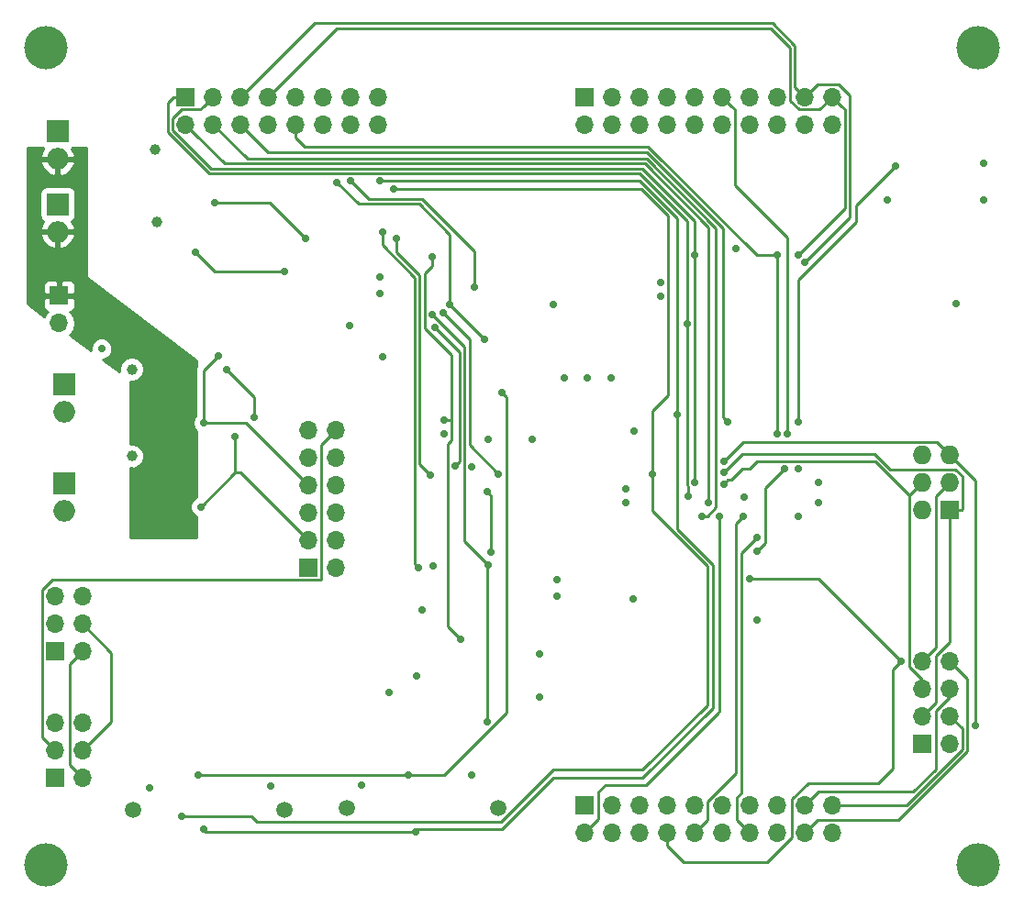
<source format=gbl>
G04 #@! TF.FileFunction,Copper,L4,Bot,Signal*
%FSLAX46Y46*%
G04 Gerber Fmt 4.6, Leading zero omitted, Abs format (unit mm)*
G04 Created by KiCad (PCBNEW 4.0.6) date Friday, August 25, 2017 'AMt' 01:11:23 AM*
%MOMM*%
%LPD*%
G01*
G04 APERTURE LIST*
%ADD10C,0.100000*%
%ADD11R,1.700000X1.700000*%
%ADD12O,1.700000X1.700000*%
%ADD13C,1.500000*%
%ADD14R,1.727200X1.727200*%
%ADD15O,1.727200X1.727200*%
%ADD16O,1.998980X1.998980*%
%ADD17R,1.998980X1.998980*%
%ADD18C,4.000000*%
%ADD19C,0.700000*%
%ADD20C,1.000000*%
%ADD21C,0.250000*%
%ADD22C,0.750000*%
%ADD23C,0.254000*%
G04 APERTURE END LIST*
D10*
D11*
X106807000Y-121158000D03*
D12*
X109347000Y-121158000D03*
X106807000Y-118618000D03*
X109347000Y-118618000D03*
X106807000Y-116078000D03*
X109347000Y-116078000D03*
D13*
X133741000Y-123952000D03*
X147691000Y-123952000D03*
D11*
X155702000Y-123698000D03*
D12*
X155702000Y-126238000D03*
X158242000Y-123698000D03*
X158242000Y-126238000D03*
X160782000Y-123698000D03*
X160782000Y-126238000D03*
X163322000Y-123698000D03*
X163322000Y-126238000D03*
X165862000Y-123698000D03*
X165862000Y-126238000D03*
X168402000Y-123698000D03*
X168402000Y-126238000D03*
X170942000Y-123698000D03*
X170942000Y-126238000D03*
X173482000Y-123698000D03*
X173482000Y-126238000D03*
X176022000Y-123698000D03*
X176022000Y-126238000D03*
X178562000Y-123698000D03*
X178562000Y-126238000D03*
D11*
X155702000Y-58293000D03*
D12*
X155702000Y-60833000D03*
X158242000Y-58293000D03*
X158242000Y-60833000D03*
X160782000Y-58293000D03*
X160782000Y-60833000D03*
X163322000Y-58293000D03*
X163322000Y-60833000D03*
X165862000Y-58293000D03*
X165862000Y-60833000D03*
X168402000Y-58293000D03*
X168402000Y-60833000D03*
X170942000Y-58293000D03*
X170942000Y-60833000D03*
X173482000Y-58293000D03*
X173482000Y-60833000D03*
X176022000Y-58293000D03*
X176022000Y-60833000D03*
X178562000Y-58293000D03*
X178562000Y-60833000D03*
D14*
X189357000Y-96393000D03*
D15*
X186817000Y-96393000D03*
X189357000Y-93853000D03*
X186817000Y-93853000D03*
X189357000Y-91313000D03*
X186817000Y-91313000D03*
D11*
X118872000Y-58293000D03*
D12*
X118872000Y-60833000D03*
X121412000Y-58293000D03*
X121412000Y-60833000D03*
X123952000Y-58293000D03*
X123952000Y-60833000D03*
X126492000Y-58293000D03*
X126492000Y-60833000D03*
X129032000Y-58293000D03*
X129032000Y-60833000D03*
X131572000Y-58293000D03*
X131572000Y-60833000D03*
X134112000Y-58293000D03*
X134112000Y-60833000D03*
X136652000Y-58293000D03*
X136652000Y-60833000D03*
D11*
X186817000Y-117983000D03*
D12*
X189357000Y-117983000D03*
X186817000Y-115443000D03*
X189357000Y-115443000D03*
X186817000Y-112903000D03*
X189357000Y-112903000D03*
X186817000Y-110363000D03*
X189357000Y-110363000D03*
D16*
X107061000Y-70739000D03*
D17*
X107061000Y-68199000D03*
D16*
X107061000Y-64008000D03*
D17*
X107061000Y-61468000D03*
D11*
X130175000Y-101727000D03*
D12*
X132715000Y-101727000D03*
X130175000Y-99187000D03*
X132715000Y-99187000D03*
X130175000Y-96647000D03*
X132715000Y-96647000D03*
X130175000Y-94107000D03*
X132715000Y-94107000D03*
X130175000Y-91567000D03*
X132715000Y-91567000D03*
X130175000Y-89027000D03*
X132715000Y-89027000D03*
D16*
X107696000Y-96520000D03*
D17*
X107696000Y-93980000D03*
D16*
X107696000Y-87376000D03*
D17*
X107696000Y-84836000D03*
D11*
X106807000Y-109474000D03*
D12*
X109347000Y-109474000D03*
X106807000Y-106934000D03*
X109347000Y-106934000D03*
X106807000Y-104394000D03*
X109347000Y-104394000D03*
D13*
X114056000Y-124079000D03*
X128006000Y-124079000D03*
D11*
X107188000Y-76644500D03*
D12*
X107188000Y-79184500D03*
D18*
X192000000Y-53776742D03*
X192000000Y-129176742D03*
X106000000Y-129176742D03*
X106000000Y-53776742D03*
D19*
X111125000Y-81534000D03*
X140208000Y-111760000D03*
X151511000Y-113665000D03*
D20*
X113919000Y-91440000D03*
X113919000Y-83439000D03*
X116205000Y-69850000D03*
X116078000Y-63119000D03*
D19*
X153174000Y-102882000D03*
X115570000Y-122047000D03*
X135128000Y-121793000D03*
X158115000Y-84201000D03*
X155956000Y-84201000D03*
X153797000Y-84201000D03*
X145288000Y-92456000D03*
X146812000Y-89916000D03*
X141732000Y-101600000D03*
X133985000Y-79375000D03*
X136779000Y-76454000D03*
X192532000Y-64389000D03*
X170387001Y-95222463D03*
X159512000Y-95758000D03*
X177292000Y-95758000D03*
X177292000Y-93853000D03*
X192532000Y-67818000D03*
X189992000Y-77343000D03*
X160147000Y-104648000D03*
X171577000Y-106553000D03*
X169672000Y-72263000D03*
X162687000Y-75438000D03*
X151511000Y-109728000D03*
X153162000Y-104394000D03*
X126746000Y-121920000D03*
X137033000Y-82296000D03*
X160274000Y-89154000D03*
X152781000Y-77470000D03*
X150876000Y-89916000D03*
X142748000Y-89408000D03*
X140716000Y-105664000D03*
X137668000Y-113284000D03*
X145288000Y-120904000D03*
X136779000Y-74930000D03*
X162687000Y-76708000D03*
X159512000Y-94488000D03*
X175387000Y-97028000D03*
X175387000Y-92583000D03*
X183642000Y-67818000D03*
X174117000Y-92583000D03*
X171577000Y-100203000D03*
X174382003Y-89408000D03*
X168148000Y-97028000D03*
X170307000Y-97028000D03*
X168529000Y-91948000D03*
X191770000Y-116332000D03*
X168529000Y-92964000D03*
X168550198Y-94020400D03*
X184912000Y-110363000D03*
X170942000Y-102743000D03*
X165186999Y-79248000D03*
X165227000Y-95123000D03*
X146685000Y-94742000D03*
X147066000Y-100340000D03*
X141889702Y-79598298D03*
X143764000Y-92329000D03*
X167132000Y-95758000D03*
X165862000Y-72898000D03*
X165862000Y-93853000D03*
X146685000Y-115951000D03*
X141605000Y-78359000D03*
X146812000Y-101473000D03*
X166497000Y-97028000D03*
X142621000Y-78232000D03*
X147720923Y-93088883D03*
X168910000Y-88265000D03*
X176023397Y-73534397D03*
X175387000Y-72898000D03*
X171577000Y-98933000D03*
X173482000Y-72898000D03*
X173482000Y-89408000D03*
X120523000Y-125897000D03*
X140081000Y-126111000D03*
X136779000Y-66033030D03*
X164211000Y-87630000D03*
X132842000Y-66167000D03*
X148082000Y-85598000D03*
X139446000Y-120904000D03*
X120015000Y-120904000D03*
X146431000Y-80645000D03*
X143256000Y-77470000D03*
X118491000Y-124714000D03*
X138049000Y-66802000D03*
X161925000Y-93091000D03*
D20*
X117856000Y-94742000D03*
X117856000Y-86487000D03*
D19*
X134112000Y-66040000D03*
X145542000Y-75819000D03*
X137033000Y-70739000D03*
X140335000Y-101727000D03*
X120269000Y-96139000D03*
X123444000Y-89662000D03*
X122682000Y-83439000D03*
X125222000Y-87884000D03*
X138303000Y-71374000D03*
X141478000Y-93218000D03*
X120523000Y-88392000D03*
X121920000Y-82169000D03*
X142748000Y-88138000D03*
X144272000Y-108331000D03*
X141605000Y-73025000D03*
X119761000Y-72644000D03*
X128016000Y-74422000D03*
X121539000Y-68072000D03*
X129921000Y-71374000D03*
X184404000Y-64643000D03*
X175387000Y-88265000D03*
D21*
X171577000Y-100203000D02*
X172327078Y-99452922D01*
X172327078Y-99452922D02*
X172327078Y-94372922D01*
X172327078Y-94372922D02*
X174117000Y-92583000D01*
X174382003Y-71258003D02*
X169577001Y-66453001D01*
X174382003Y-89408000D02*
X174382003Y-71258003D01*
X174382003Y-89408000D02*
X174382003Y-88913026D01*
X169577001Y-66453001D02*
X169577001Y-59468001D01*
X169577001Y-59468001D02*
X169251999Y-59142999D01*
X169251999Y-59142999D02*
X168402000Y-58293000D01*
X167941000Y-115189000D02*
X161337000Y-121793000D01*
X168148000Y-97028000D02*
X168148000Y-114982000D01*
X168148000Y-114982000D02*
X167941000Y-115189000D01*
X156972000Y-122428000D02*
X156972000Y-124968000D01*
X156972000Y-124968000D02*
X155702000Y-126238000D01*
X157607000Y-121793000D02*
X156972000Y-122428000D01*
X161337000Y-121793000D02*
X157607000Y-121793000D01*
X167037001Y-123323997D02*
X167037001Y-125062999D01*
X167037001Y-125062999D02*
X166711999Y-125388001D01*
X166711999Y-125388001D02*
X165862000Y-126238000D01*
X169672000Y-97663000D02*
X169672000Y-120688998D01*
X169672000Y-120688998D02*
X167037001Y-123323997D01*
X170307000Y-97028000D02*
X169672000Y-97663000D01*
X189357000Y-112903000D02*
X189357000Y-113703998D01*
X189357000Y-113703998D02*
X188087000Y-114973998D01*
X188087000Y-114973998D02*
X188087000Y-120355592D01*
X186014592Y-122428000D02*
X177292000Y-122428000D01*
X188087000Y-120355592D02*
X186014592Y-122428000D01*
X177292000Y-122428000D02*
X176022000Y-123698000D01*
X189357000Y-110363000D02*
X190982011Y-111988011D01*
X190982011Y-111988011D02*
X190982011Y-118733401D01*
X190982011Y-118733401D02*
X184652413Y-125062999D01*
X184652413Y-125062999D02*
X177197001Y-125062999D01*
X177197001Y-125062999D02*
X176871999Y-125388001D01*
X176871999Y-125388001D02*
X176022000Y-126238000D01*
X189357000Y-115443000D02*
X190532001Y-116618001D01*
X190532001Y-116618001D02*
X190532001Y-118547001D01*
X190532001Y-118547001D02*
X185381002Y-123698000D01*
X185381002Y-123698000D02*
X179764081Y-123698000D01*
X179764081Y-123698000D02*
X178562000Y-123698000D01*
X170305602Y-90124399D02*
X170434000Y-90124399D01*
X168529000Y-91948000D02*
X170352601Y-90124399D01*
X170434000Y-90124399D02*
X188168399Y-90124399D01*
X170352601Y-90124399D02*
X170434000Y-90124399D01*
X191770000Y-116332000D02*
X191770000Y-93726000D01*
X191770000Y-93726000D02*
X191657011Y-93613011D01*
X191657011Y-93613011D02*
X189357000Y-91313000D01*
X188168399Y-90124399D02*
X189357000Y-91313000D01*
X170244998Y-91248002D02*
X182471210Y-91248002D01*
X182471210Y-91248002D02*
X183887607Y-92664399D01*
X183887607Y-92664399D02*
X189927529Y-92664399D01*
X190470600Y-96393000D02*
X189357000Y-96393000D01*
X189927529Y-92664399D02*
X190545601Y-93282471D01*
X190545601Y-93282471D02*
X190545601Y-96317999D01*
X190545601Y-96317999D02*
X190470600Y-96393000D01*
X189357000Y-97506600D02*
X189357000Y-96393000D01*
X186817000Y-115443000D02*
X188087000Y-114173000D01*
X188087000Y-114173000D02*
X188087000Y-109893998D01*
X188087000Y-109893998D02*
X189357000Y-108623998D01*
X189357000Y-108623998D02*
X189357000Y-97506600D01*
X168529000Y-92964000D02*
X170244998Y-91248002D01*
X168550198Y-94020400D02*
X168900197Y-93670401D01*
X168900197Y-93670401D02*
X169219599Y-93670401D01*
X169219599Y-93670401D02*
X170266999Y-92623001D01*
X185953401Y-94716599D02*
X186817000Y-93853000D01*
X185628399Y-95041601D02*
X185953401Y-94716599D01*
X170266999Y-92623001D02*
X170901999Y-92623001D01*
X182494797Y-91907999D02*
X185628399Y-95041601D01*
X170901999Y-92623001D02*
X171617001Y-91907999D01*
X171617001Y-91907999D02*
X182494797Y-91907999D01*
X186817000Y-112903000D02*
X186817000Y-112102002D01*
X186817000Y-112102002D02*
X185628399Y-110913401D01*
X185628399Y-110913401D02*
X185628399Y-95041601D01*
X184150000Y-120269000D02*
X184150000Y-111125000D01*
X184150000Y-111125000D02*
X184912000Y-110363000D01*
X182753000Y-121666000D02*
X184150000Y-120269000D01*
X176314998Y-121666000D02*
X182753000Y-121666000D01*
X174846999Y-126612003D02*
X174846999Y-123133999D01*
X174846999Y-123133999D02*
X176314998Y-121666000D01*
X164786919Y-128905000D02*
X172554002Y-128905000D01*
X172554002Y-128905000D02*
X174846999Y-126612003D01*
X184562001Y-110712999D02*
X184912000Y-110363000D01*
X163322000Y-126238000D02*
X163322000Y-127440081D01*
X163322000Y-127440081D02*
X164786919Y-128905000D01*
X188493401Y-94716599D02*
X189357000Y-93853000D01*
X170942000Y-102743000D02*
X177292000Y-102743000D01*
X177292000Y-102743000D02*
X184912000Y-110363000D01*
X186817000Y-110363000D02*
X188087000Y-109093000D01*
X188087000Y-109093000D02*
X188087000Y-95123000D01*
X188087000Y-95123000D02*
X188493401Y-94716599D01*
X165186999Y-79248000D02*
X165186999Y-69763001D01*
X165186999Y-94177001D02*
X165186999Y-79248000D01*
X160782028Y-65358030D02*
X121021617Y-65358029D01*
X121021617Y-65358029D02*
X117246989Y-61583401D01*
X117246989Y-61583401D02*
X117246989Y-58818011D01*
X117246989Y-58818011D02*
X117772000Y-58293000D01*
X165186999Y-69763001D02*
X160782028Y-65358030D01*
X165227000Y-95123000D02*
X165227000Y-94217002D01*
X165227000Y-94217002D02*
X165186999Y-94177001D01*
X117772000Y-58293000D02*
X118872000Y-58293000D01*
X109347000Y-106934000D02*
X112014000Y-109601000D01*
X112014000Y-109601000D02*
X112014000Y-115951000D01*
X112014000Y-115951000D02*
X110196999Y-117768001D01*
X110196999Y-117768001D02*
X109347000Y-118618000D01*
X147066000Y-100340000D02*
X147066000Y-95123000D01*
X147066000Y-95123000D02*
X146685000Y-94742000D01*
X144145000Y-91948000D02*
X144145000Y-81853596D01*
X144145000Y-81853596D02*
X141889702Y-79598298D01*
X143764000Y-92329000D02*
X144145000Y-91948000D01*
X161230600Y-64458010D02*
X122497010Y-64458010D01*
X122497010Y-64458010D02*
X119721999Y-61682999D01*
X119721999Y-61682999D02*
X118872000Y-60833000D01*
X167132000Y-70359410D02*
X161230600Y-64458010D01*
X167132000Y-95758000D02*
X167132000Y-70359410D01*
X165862000Y-72898000D02*
X165862000Y-69725820D01*
X165862000Y-93853000D02*
X165862000Y-72898000D01*
X165862000Y-69725820D02*
X161044200Y-64908020D01*
X161044200Y-64908020D02*
X121208018Y-64908020D01*
X121208018Y-64908020D02*
X117696999Y-61397001D01*
X117696999Y-61397001D02*
X117696999Y-60268999D01*
X117696999Y-60268999D02*
X118497997Y-59468001D01*
X118497997Y-59468001D02*
X120236999Y-59468001D01*
X120236999Y-59468001D02*
X120562001Y-59142999D01*
X120562001Y-59142999D02*
X121412000Y-58293000D01*
X109347000Y-109474000D02*
X108171999Y-110649001D01*
X108171999Y-110649001D02*
X108171999Y-119982999D01*
X108171999Y-119982999D02*
X108497001Y-120308001D01*
X108497001Y-120308001D02*
X109347000Y-121158000D01*
X146685000Y-115951000D02*
X146685000Y-101600000D01*
X146685000Y-101600000D02*
X146812000Y-101473000D01*
X144612999Y-81366999D02*
X141605000Y-78359000D01*
X146812000Y-101473000D02*
X144612999Y-99273999D01*
X144612999Y-99273999D02*
X144612999Y-81366999D01*
X161417000Y-64008000D02*
X124587000Y-64008000D01*
X124587000Y-64008000D02*
X121412000Y-60833000D01*
X167807001Y-70398001D02*
X161417000Y-64008000D01*
X166497000Y-97028000D02*
X166991974Y-97028000D01*
X166991974Y-97028000D02*
X167807001Y-96212973D01*
X167807001Y-96212973D02*
X167807001Y-70398001D01*
X147720923Y-93088883D02*
X145063009Y-90430969D01*
X145063009Y-90430969D02*
X145063009Y-80674009D01*
X145063009Y-80674009D02*
X142621000Y-78232000D01*
X168910000Y-88265000D02*
X168482001Y-87837001D01*
X168482001Y-87837001D02*
X168482001Y-70436591D01*
X168482001Y-70436591D02*
X161418410Y-63373000D01*
X161418410Y-63373000D02*
X126492000Y-63373000D01*
X126492000Y-63373000D02*
X123952000Y-60833000D01*
X179126001Y-57117999D02*
X177197001Y-57117999D01*
X177197001Y-57117999D02*
X176871999Y-57443001D01*
X176871999Y-57443001D02*
X176022000Y-58293000D01*
X176022000Y-58293000D02*
X175107011Y-57378011D01*
X175107011Y-57378011D02*
X175107010Y-53566600D01*
X175107010Y-53566600D02*
X173033400Y-51492990D01*
X173033400Y-51492990D02*
X130752010Y-51492990D01*
X130752010Y-51492990D02*
X124801999Y-57443001D01*
X176023397Y-73534397D02*
X180147683Y-69410111D01*
X180147683Y-69410111D02*
X180187011Y-69410111D01*
X180187011Y-69410111D02*
X180187011Y-58179009D01*
X180187011Y-58179009D02*
X179126001Y-57117999D01*
X124801999Y-57443001D02*
X123952000Y-58293000D01*
X179737001Y-68587999D02*
X179697001Y-68587999D01*
X179697001Y-68587999D02*
X175387000Y-72898000D01*
X179737001Y-68587999D02*
X179737001Y-59468001D01*
X179737001Y-59468001D02*
X179411999Y-59142999D01*
X179411999Y-59142999D02*
X178562000Y-58293000D01*
X178562000Y-58293000D02*
X177386999Y-59468001D01*
X177386999Y-59468001D02*
X175457999Y-59468001D01*
X175457999Y-59468001D02*
X174657001Y-58667003D01*
X174657001Y-58667003D02*
X174657001Y-53753001D01*
X174657001Y-53753001D02*
X172847000Y-51943000D01*
X172847000Y-51943000D02*
X132842000Y-51943000D01*
X132842000Y-51943000D02*
X126492000Y-58293000D01*
X171577000Y-98933000D02*
X170122010Y-100387990D01*
X170122010Y-122612990D02*
X169766999Y-122968001D01*
X170122010Y-100387990D02*
X170122010Y-122612990D01*
X169766999Y-122968001D02*
X169766999Y-125062999D01*
X169766999Y-125062999D02*
X170092001Y-125388001D01*
X170092001Y-125388001D02*
X170942000Y-126238000D01*
X129032000Y-60833000D02*
X129032000Y-62035081D01*
X129032000Y-62035081D02*
X129861919Y-62865000D01*
X129861919Y-62865000D02*
X161546820Y-62865000D01*
X173482000Y-72898000D02*
X171579820Y-72898000D01*
X171579820Y-72898000D02*
X161546820Y-62865000D01*
X173482000Y-89408000D02*
X173482000Y-72898000D01*
X140081000Y-126111000D02*
X120737000Y-126111000D01*
X120737000Y-126111000D02*
X120523000Y-125897000D01*
X148042000Y-125897000D02*
X140295000Y-125897000D01*
X140295000Y-125897000D02*
X140081000Y-126111000D01*
X164211000Y-69469000D02*
X160775030Y-66033030D01*
X160775030Y-66033030D02*
X136779000Y-66033030D01*
X164211000Y-87630000D02*
X164211000Y-69469000D01*
X152781000Y-121158000D02*
X148042000Y-125897000D01*
X153035000Y-121158000D02*
X152781000Y-121158000D01*
X161036000Y-121158000D02*
X153035000Y-121158000D01*
X167513000Y-114681000D02*
X161036000Y-121158000D01*
X167513000Y-101473000D02*
X167513000Y-114681000D01*
X164211000Y-98171000D02*
X167513000Y-101473000D01*
X164211000Y-87630000D02*
X164211000Y-98171000D01*
X143256000Y-70993000D02*
X140404010Y-68141010D01*
X140404010Y-68141010D02*
X134816010Y-68141010D01*
X134816010Y-68141010D02*
X132842000Y-66167000D01*
X143256000Y-77470000D02*
X143256000Y-70993000D01*
X148082000Y-85598000D02*
X148463000Y-85979000D01*
X148463000Y-85979000D02*
X148463000Y-115172002D01*
X148463000Y-115172002D02*
X142731002Y-120904000D01*
X142731002Y-120904000D02*
X140843000Y-120904000D01*
X140843000Y-120904000D02*
X120015000Y-120904000D01*
X140843000Y-120904000D02*
X139446000Y-120904000D01*
X145796000Y-80010000D02*
X146431000Y-80645000D01*
X145796000Y-80010000D02*
X143256000Y-77470000D01*
X124968000Y-124714000D02*
X125476000Y-125222000D01*
X125476000Y-125222000D02*
X147955000Y-125222000D01*
X118491000Y-124714000D02*
X124968000Y-124714000D01*
X138049000Y-66802000D02*
X160907590Y-66802000D01*
X160907590Y-66802000D02*
X163362001Y-69256411D01*
X163362001Y-69256411D02*
X163362001Y-85811999D01*
X163362001Y-85811999D02*
X161925000Y-87249000D01*
X161925000Y-87249000D02*
X161925000Y-93091000D01*
X152781000Y-120396000D02*
X161036000Y-120396000D01*
X161036000Y-120396000D02*
X167005000Y-114427000D01*
X147955000Y-125222000D02*
X152781000Y-120396000D01*
X167005000Y-101601410D02*
X167005000Y-114427000D01*
X161925000Y-93091000D02*
X161925000Y-96521410D01*
X161925000Y-96521410D02*
X167005000Y-101601410D01*
D22*
X117856000Y-94742000D02*
X117221000Y-94742000D01*
X117856000Y-86487000D02*
X117221000Y-86487000D01*
D21*
X140716000Y-67691000D02*
X135763000Y-67691000D01*
X135763000Y-67691000D02*
X134112000Y-66040000D01*
X145542000Y-72517000D02*
X140716000Y-67691000D01*
X145542000Y-75819000D02*
X145542000Y-72517000D01*
X137033000Y-70739000D02*
X137033000Y-71997384D01*
X137033000Y-71997384D02*
X140011990Y-74976374D01*
X140011990Y-74976374D02*
X140011990Y-101403990D01*
X140011990Y-101403990D02*
X140335000Y-101727000D01*
X130175000Y-99187000D02*
X123952000Y-92964000D01*
X123952000Y-92964000D02*
X123444000Y-92964000D01*
X123444000Y-89662000D02*
X123444000Y-92964000D01*
X123444000Y-92964000D02*
X120269000Y-96139000D01*
X125222000Y-87884000D02*
X125222000Y-85979000D01*
X125222000Y-85979000D02*
X122682000Y-83439000D01*
X138303000Y-71374000D02*
X138303000Y-72630974D01*
X138303000Y-72630974D02*
X140462000Y-74789974D01*
X140462000Y-74789974D02*
X140462000Y-92202000D01*
X140462000Y-92202000D02*
X141478000Y-93218000D01*
X130175000Y-94107000D02*
X124460000Y-88392000D01*
X124460000Y-88392000D02*
X120523000Y-88392000D01*
X121920000Y-82169000D02*
X120523000Y-83566000D01*
X120523000Y-83566000D02*
X120523000Y-88392000D01*
X143423001Y-90002999D02*
X143423001Y-88138000D01*
X143423001Y-88138000D02*
X143423001Y-82130599D01*
X142748000Y-88138000D02*
X143423001Y-88138000D01*
X143088999Y-107150998D02*
X143091998Y-107150998D01*
X143091998Y-107150998D02*
X144272000Y-108331000D01*
X140929999Y-74589001D02*
X141605000Y-73914000D01*
X141605000Y-73914000D02*
X141605000Y-73025000D01*
X143088999Y-107150998D02*
X143088999Y-90337001D01*
X143088999Y-90337001D02*
X143423001Y-90002999D01*
X143423001Y-82130599D02*
X140929999Y-79637597D01*
X140929999Y-79637597D02*
X140929999Y-74589001D01*
X128016000Y-74422000D02*
X121539000Y-74422000D01*
X121539000Y-74422000D02*
X119761000Y-72644000D01*
X129921000Y-71374000D02*
X126619000Y-68072000D01*
X126619000Y-68072000D02*
X121539000Y-68072000D01*
X131350001Y-102837001D02*
X131285001Y-102902001D01*
X131285001Y-102902001D02*
X106559997Y-102902001D01*
X106559997Y-102902001D02*
X105631999Y-103829999D01*
X105631999Y-103829999D02*
X105631999Y-117442999D01*
X105631999Y-117442999D02*
X105957001Y-117768001D01*
X105957001Y-117768001D02*
X106807000Y-118618000D01*
X132715000Y-89027000D02*
X131350001Y-90391999D01*
X131350001Y-90391999D02*
X131350001Y-102837001D01*
X180721000Y-69850000D02*
X180721000Y-68326000D01*
X180721000Y-68326000D02*
X184404000Y-64643000D01*
X175387000Y-75184000D02*
X180721000Y-69850000D01*
X175387000Y-88265000D02*
X175387000Y-75184000D01*
D23*
G36*
X105758649Y-63029094D02*
X105737932Y-63048274D01*
X105471373Y-63627645D01*
X105590193Y-63881000D01*
X106934000Y-63881000D01*
X106934000Y-63861000D01*
X107188000Y-63861000D01*
X107188000Y-63881000D01*
X108531807Y-63881000D01*
X108650627Y-63627645D01*
X108384068Y-63048274D01*
X108362137Y-63027970D01*
X108418036Y-62992000D01*
X109728000Y-62992000D01*
X109728000Y-74930000D01*
X109738006Y-74979410D01*
X109778800Y-75031600D01*
X119888000Y-82613500D01*
X119888000Y-83174667D01*
X119820852Y-83275161D01*
X119763000Y-83566000D01*
X119763000Y-87758889D01*
X119688445Y-87833314D01*
X119538172Y-88195212D01*
X119537830Y-88587069D01*
X119687471Y-88949229D01*
X119888000Y-89150108D01*
X119888000Y-95230655D01*
X119711771Y-95303471D01*
X119434445Y-95580314D01*
X119284172Y-95942212D01*
X119283830Y-96334069D01*
X119433471Y-96696229D01*
X119710314Y-96973555D01*
X119888000Y-97047337D01*
X119888000Y-98933000D01*
X113792000Y-98933000D01*
X113792000Y-92574890D01*
X114143775Y-92575197D01*
X114561086Y-92402767D01*
X114880645Y-92083765D01*
X115053803Y-91666756D01*
X115054197Y-91215225D01*
X114881767Y-90797914D01*
X114562765Y-90478355D01*
X114145756Y-90305197D01*
X113792000Y-90304888D01*
X113792000Y-84573890D01*
X114143775Y-84574197D01*
X114561086Y-84401767D01*
X114880645Y-84082765D01*
X115053803Y-83665756D01*
X115054197Y-83214225D01*
X114881767Y-82796914D01*
X114562765Y-82477355D01*
X114145756Y-82304197D01*
X113694225Y-82303803D01*
X113276914Y-82476233D01*
X112957355Y-82795235D01*
X112784197Y-83212244D01*
X112783814Y-83651308D01*
X111239893Y-82519100D01*
X111320069Y-82519170D01*
X111682229Y-82369529D01*
X111959555Y-82092686D01*
X112109828Y-81730788D01*
X112110170Y-81338931D01*
X111960529Y-80976771D01*
X111683686Y-80699445D01*
X111321788Y-80549172D01*
X110929931Y-80548830D01*
X110567771Y-80698471D01*
X110290445Y-80975314D01*
X110140172Y-81337212D01*
X110139845Y-81712398D01*
X108192562Y-80284390D01*
X108267147Y-80234554D01*
X108589054Y-79752785D01*
X108702093Y-79184500D01*
X108589054Y-78616215D01*
X108267147Y-78134446D01*
X108223223Y-78105097D01*
X108397698Y-78032827D01*
X108576327Y-77854199D01*
X108673000Y-77620810D01*
X108673000Y-76930250D01*
X108514250Y-76771500D01*
X107315000Y-76771500D01*
X107315000Y-76791500D01*
X107061000Y-76791500D01*
X107061000Y-76771500D01*
X105861750Y-76771500D01*
X105703000Y-76930250D01*
X105703000Y-77620810D01*
X105799673Y-77854199D01*
X105978302Y-78032827D01*
X106152777Y-78105097D01*
X106108853Y-78134446D01*
X105829971Y-78551824D01*
X104267000Y-77405645D01*
X104267000Y-75668190D01*
X105703000Y-75668190D01*
X105703000Y-76358750D01*
X105861750Y-76517500D01*
X107061000Y-76517500D01*
X107061000Y-75318250D01*
X107315000Y-75318250D01*
X107315000Y-76517500D01*
X108514250Y-76517500D01*
X108673000Y-76358750D01*
X108673000Y-75668190D01*
X108576327Y-75434801D01*
X108397698Y-75256173D01*
X108164309Y-75159500D01*
X107473750Y-75159500D01*
X107315000Y-75318250D01*
X107061000Y-75318250D01*
X106902250Y-75159500D01*
X106211691Y-75159500D01*
X105978302Y-75256173D01*
X105799673Y-75434801D01*
X105703000Y-75668190D01*
X104267000Y-75668190D01*
X104267000Y-71119355D01*
X105471373Y-71119355D01*
X105737932Y-71698726D01*
X106205916Y-72131987D01*
X106680646Y-72328619D01*
X106934000Y-72209265D01*
X106934000Y-70866000D01*
X107188000Y-70866000D01*
X107188000Y-72209265D01*
X107441354Y-72328619D01*
X107916084Y-72131987D01*
X108384068Y-71698726D01*
X108650627Y-71119355D01*
X108531807Y-70866000D01*
X107188000Y-70866000D01*
X106934000Y-70866000D01*
X105590193Y-70866000D01*
X105471373Y-71119355D01*
X104267000Y-71119355D01*
X104267000Y-67199510D01*
X105414070Y-67199510D01*
X105414070Y-69198490D01*
X105458348Y-69433807D01*
X105597420Y-69649931D01*
X105758649Y-69760094D01*
X105737932Y-69779274D01*
X105471373Y-70358645D01*
X105590193Y-70612000D01*
X106934000Y-70612000D01*
X106934000Y-70592000D01*
X107188000Y-70592000D01*
X107188000Y-70612000D01*
X108531807Y-70612000D01*
X108650627Y-70358645D01*
X108384068Y-69779274D01*
X108362137Y-69758970D01*
X108511931Y-69662580D01*
X108656921Y-69450380D01*
X108707930Y-69198490D01*
X108707930Y-67199510D01*
X108663652Y-66964193D01*
X108524580Y-66748069D01*
X108312380Y-66603079D01*
X108060490Y-66552070D01*
X106061510Y-66552070D01*
X105826193Y-66596348D01*
X105610069Y-66735420D01*
X105465079Y-66947620D01*
X105414070Y-67199510D01*
X104267000Y-67199510D01*
X104267000Y-64388355D01*
X105471373Y-64388355D01*
X105737932Y-64967726D01*
X106205916Y-65400987D01*
X106680646Y-65597619D01*
X106934000Y-65478265D01*
X106934000Y-64135000D01*
X107188000Y-64135000D01*
X107188000Y-65478265D01*
X107441354Y-65597619D01*
X107916084Y-65400987D01*
X108384068Y-64967726D01*
X108650627Y-64388355D01*
X108531807Y-64135000D01*
X107188000Y-64135000D01*
X106934000Y-64135000D01*
X105590193Y-64135000D01*
X105471373Y-64388355D01*
X104267000Y-64388355D01*
X104267000Y-62992000D01*
X105704360Y-62992000D01*
X105758649Y-63029094D01*
X105758649Y-63029094D01*
G37*
X105758649Y-63029094D02*
X105737932Y-63048274D01*
X105471373Y-63627645D01*
X105590193Y-63881000D01*
X106934000Y-63881000D01*
X106934000Y-63861000D01*
X107188000Y-63861000D01*
X107188000Y-63881000D01*
X108531807Y-63881000D01*
X108650627Y-63627645D01*
X108384068Y-63048274D01*
X108362137Y-63027970D01*
X108418036Y-62992000D01*
X109728000Y-62992000D01*
X109728000Y-74930000D01*
X109738006Y-74979410D01*
X109778800Y-75031600D01*
X119888000Y-82613500D01*
X119888000Y-83174667D01*
X119820852Y-83275161D01*
X119763000Y-83566000D01*
X119763000Y-87758889D01*
X119688445Y-87833314D01*
X119538172Y-88195212D01*
X119537830Y-88587069D01*
X119687471Y-88949229D01*
X119888000Y-89150108D01*
X119888000Y-95230655D01*
X119711771Y-95303471D01*
X119434445Y-95580314D01*
X119284172Y-95942212D01*
X119283830Y-96334069D01*
X119433471Y-96696229D01*
X119710314Y-96973555D01*
X119888000Y-97047337D01*
X119888000Y-98933000D01*
X113792000Y-98933000D01*
X113792000Y-92574890D01*
X114143775Y-92575197D01*
X114561086Y-92402767D01*
X114880645Y-92083765D01*
X115053803Y-91666756D01*
X115054197Y-91215225D01*
X114881767Y-90797914D01*
X114562765Y-90478355D01*
X114145756Y-90305197D01*
X113792000Y-90304888D01*
X113792000Y-84573890D01*
X114143775Y-84574197D01*
X114561086Y-84401767D01*
X114880645Y-84082765D01*
X115053803Y-83665756D01*
X115054197Y-83214225D01*
X114881767Y-82796914D01*
X114562765Y-82477355D01*
X114145756Y-82304197D01*
X113694225Y-82303803D01*
X113276914Y-82476233D01*
X112957355Y-82795235D01*
X112784197Y-83212244D01*
X112783814Y-83651308D01*
X111239893Y-82519100D01*
X111320069Y-82519170D01*
X111682229Y-82369529D01*
X111959555Y-82092686D01*
X112109828Y-81730788D01*
X112110170Y-81338931D01*
X111960529Y-80976771D01*
X111683686Y-80699445D01*
X111321788Y-80549172D01*
X110929931Y-80548830D01*
X110567771Y-80698471D01*
X110290445Y-80975314D01*
X110140172Y-81337212D01*
X110139845Y-81712398D01*
X108192562Y-80284390D01*
X108267147Y-80234554D01*
X108589054Y-79752785D01*
X108702093Y-79184500D01*
X108589054Y-78616215D01*
X108267147Y-78134446D01*
X108223223Y-78105097D01*
X108397698Y-78032827D01*
X108576327Y-77854199D01*
X108673000Y-77620810D01*
X108673000Y-76930250D01*
X108514250Y-76771500D01*
X107315000Y-76771500D01*
X107315000Y-76791500D01*
X107061000Y-76791500D01*
X107061000Y-76771500D01*
X105861750Y-76771500D01*
X105703000Y-76930250D01*
X105703000Y-77620810D01*
X105799673Y-77854199D01*
X105978302Y-78032827D01*
X106152777Y-78105097D01*
X106108853Y-78134446D01*
X105829971Y-78551824D01*
X104267000Y-77405645D01*
X104267000Y-75668190D01*
X105703000Y-75668190D01*
X105703000Y-76358750D01*
X105861750Y-76517500D01*
X107061000Y-76517500D01*
X107061000Y-75318250D01*
X107315000Y-75318250D01*
X107315000Y-76517500D01*
X108514250Y-76517500D01*
X108673000Y-76358750D01*
X108673000Y-75668190D01*
X108576327Y-75434801D01*
X108397698Y-75256173D01*
X108164309Y-75159500D01*
X107473750Y-75159500D01*
X107315000Y-75318250D01*
X107061000Y-75318250D01*
X106902250Y-75159500D01*
X106211691Y-75159500D01*
X105978302Y-75256173D01*
X105799673Y-75434801D01*
X105703000Y-75668190D01*
X104267000Y-75668190D01*
X104267000Y-71119355D01*
X105471373Y-71119355D01*
X105737932Y-71698726D01*
X106205916Y-72131987D01*
X106680646Y-72328619D01*
X106934000Y-72209265D01*
X106934000Y-70866000D01*
X107188000Y-70866000D01*
X107188000Y-72209265D01*
X107441354Y-72328619D01*
X107916084Y-72131987D01*
X108384068Y-71698726D01*
X108650627Y-71119355D01*
X108531807Y-70866000D01*
X107188000Y-70866000D01*
X106934000Y-70866000D01*
X105590193Y-70866000D01*
X105471373Y-71119355D01*
X104267000Y-71119355D01*
X104267000Y-67199510D01*
X105414070Y-67199510D01*
X105414070Y-69198490D01*
X105458348Y-69433807D01*
X105597420Y-69649931D01*
X105758649Y-69760094D01*
X105737932Y-69779274D01*
X105471373Y-70358645D01*
X105590193Y-70612000D01*
X106934000Y-70612000D01*
X106934000Y-70592000D01*
X107188000Y-70592000D01*
X107188000Y-70612000D01*
X108531807Y-70612000D01*
X108650627Y-70358645D01*
X108384068Y-69779274D01*
X108362137Y-69758970D01*
X108511931Y-69662580D01*
X108656921Y-69450380D01*
X108707930Y-69198490D01*
X108707930Y-67199510D01*
X108663652Y-66964193D01*
X108524580Y-66748069D01*
X108312380Y-66603079D01*
X108060490Y-66552070D01*
X106061510Y-66552070D01*
X105826193Y-66596348D01*
X105610069Y-66735420D01*
X105465079Y-66947620D01*
X105414070Y-67199510D01*
X104267000Y-67199510D01*
X104267000Y-64388355D01*
X105471373Y-64388355D01*
X105737932Y-64967726D01*
X106205916Y-65400987D01*
X106680646Y-65597619D01*
X106934000Y-65478265D01*
X106934000Y-64135000D01*
X107188000Y-64135000D01*
X107188000Y-65478265D01*
X107441354Y-65597619D01*
X107916084Y-65400987D01*
X108384068Y-64967726D01*
X108650627Y-64388355D01*
X108531807Y-64135000D01*
X107188000Y-64135000D01*
X106934000Y-64135000D01*
X105590193Y-64135000D01*
X105471373Y-64388355D01*
X104267000Y-64388355D01*
X104267000Y-62992000D01*
X105704360Y-62992000D01*
X105758649Y-63029094D01*
M02*

</source>
